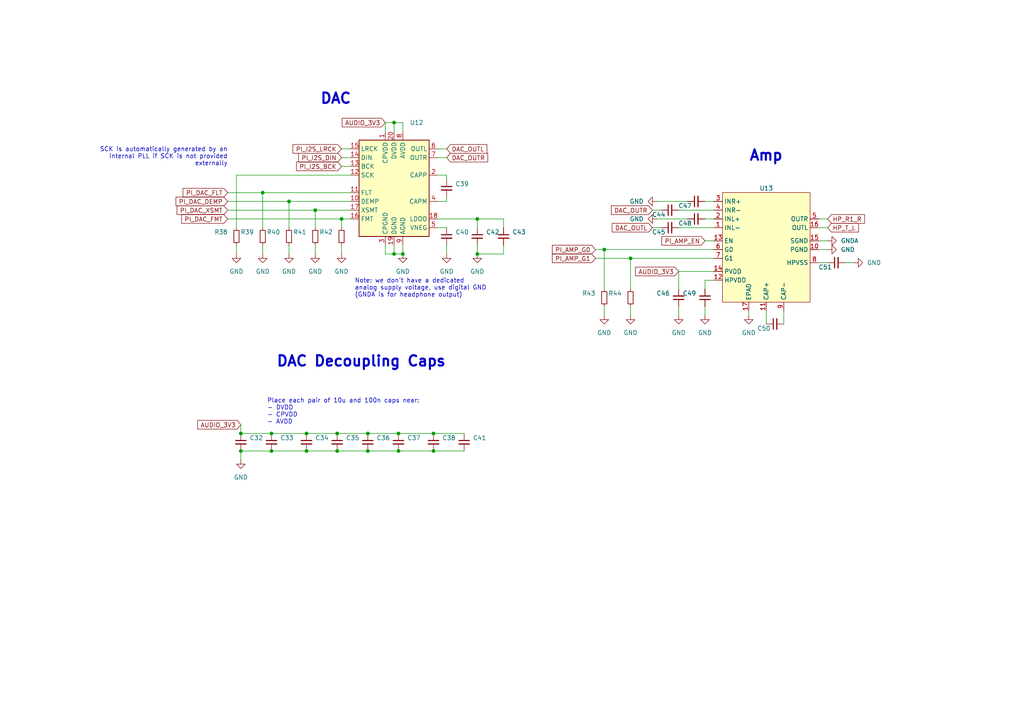
<source format=kicad_sch>
(kicad_sch (version 20211123) (generator eeschema)
  (paper "A4")
  (lib_symbols
    (symbol "Audio:PCM5102"
      (property "Reference" "U" (at -10.16 13.97 0))
      (property "Value" "PCM5102" (at 3.81 13.97 0))
      (symbol "PCM5102_0_1"
        (rectangle (start -10.16 12.7) (end 10.16 -15.24) (stroke (width 0.254)) (fill (type background)))
      )
      (symbol "PCM5102_1_1"
        (pin passive line (at -2.54 15.24 270) (length 2.54) (name "CPVDD") (number "1"))
        (pin input line (at -12.7 -5.08 0) (length 2.54) (name "DEMP") (number "10"))
        (pin input line (at -12.7 -2.54 0) (length 2.54) (name "FLT") (number "11"))
        (pin input line (at -12.7 2.54 0) (length 2.54) (name "SCK") (number "12"))
        (pin input line (at -12.7 5.08 0) (length 2.54) (name "BCK") (number "13"))
        (pin input line (at -12.7 7.62 0) (length 2.54) (name "DIN") (number "14"))
        (pin input line (at -12.7 10.16 0) (length 2.54) (name "LRCK") (number "15"))
        (pin input line (at -12.7 -10.16 0) (length 2.54) (name "FMT") (number "16"))
        (pin input line (at -12.7 -7.62 0) (length 2.54) (name "XSMT") (number "17"))
        (pin passive line (at 12.7 -10.16 180) (length 2.54) (name "LDOO") (number "18"))
        (pin power_in line (at 0 -17.78 90) (length 2.54) (name "DGND") (number "19"))
        (pin passive line (at 12.7 2.54 180) (length 2.54) (name "CAPP") (number "2"))
        (pin power_in line (at 0 15.24 270) (length 2.54) (name "DVDD") (number "20"))
        (pin power_in line (at -2.54 -17.78 90) (length 2.54) (name "CPGND") (number "3"))
        (pin passive line (at 12.7 -5.08 180) (length 2.54) (name "CAPM") (number "4"))
        (pin passive line (at 12.7 -12.7 180) (length 2.54) (name "VNEG") (number "5"))
        (pin output line (at 12.7 10.16 180) (length 2.54) (name "OUTL") (number "6"))
        (pin output line (at 12.7 7.62 180) (length 2.54) (name "OUTR") (number "7"))
        (pin power_in line (at 2.54 15.24 270) (length 2.54) (name "AVDD") (number "8"))
        (pin power_in line (at 2.54 -17.78 90) (length 2.54) (name "AGND") (number "9"))
      )
    )
    (symbol "Device:C_Small" (pin_numbers hide) (pin_names (offset 0.254) hide)
      (property "Reference" "C" (at 0.254 1.778 0))
      (property "Value" "C_Small" (at 0.254 -2.032 0))
      (symbol "C_Small_0_1"
        (polyline (pts (xy -1.524 -0.508) (xy 1.524 -0.508)) (stroke (width 0.3302)))
        (polyline (pts (xy -1.524 0.508) (xy 1.524 0.508)) (stroke (width 0.3048)))
      )
      (symbol "C_Small_1_1"
        (pin passive line (at 0 2.54 270) (length 2.032) (name "~") (number "1"))
        (pin passive line (at 0 -2.54 90) (length 2.032) (name "~") (number "2"))
      )
    )
    (symbol "Device:R_Small" (pin_numbers hide) (pin_names (offset 0.254) hide)
      (property "Reference" "R" (at 0.762 0.508 0))
      (property "Value" "R_Small" (at 0.762 -1.016 0))
      (symbol "R_Small_0_1"
        (rectangle (start -0.762 1.778) (end 0.762 -1.778) (stroke (width 0.2032)))
      )
      (symbol "R_Small_1_1"
        (pin passive line (at 0 2.54 270) (length 0.762) (name "~") (number "1"))
        (pin passive line (at 0 -2.54 90) (length 0.762) (name "~") (number "2"))
      )
    )
    (symbol "lcsc:PAM8908JER"
      (property "Reference" "U?" (at 0 15.24 0))
      (property "Value" "PAM8908JER" (at 12.7 -19.05 0))
      (symbol "PAM8908JER_0_1"
        (rectangle (start -12.7 13.97) (end 12.7 -17.78) (fill (type background)))
        (pin input line (at -15.24 3.81 0) (length 2.54) (name "INL-") (number "1"))
        (pin power_in line (at 15.24 -2.54 180) (length 2.54) (name "PGND") (number "10"))
        (pin output line (at 0 -20.32 90) (length 2.54) (name "CAP+") (number "11"))
        (pin power_out line (at -15.24 -11.43 0) (length 2.54) (name "HPVDD") (number "12"))
        (pin input line (at -15.24 0 0) (length 2.54) (name "EN") (number "13"))
        (pin power_in line (at -15.24 -8.89 0) (length 2.54) (name "PVDD") (number "14"))
        (pin power_out line (at 15.24 0 180) (length 2.54) (name "SGND") (number "15"))
        (pin output line (at 15.24 3.81 180) (length 2.54) (name "OUTL") (number "16"))
        (pin passive line (at -5.08 -20.32 90) (length 2.54) (name "EPAD") (number "17"))
        (pin input line (at -15.24 6.35 0) (length 2.54) (name "INL+") (number "2"))
        (pin input line (at -15.24 11.43 0) (length 2.54) (name "INR+") (number "3"))
        (pin input line (at -15.24 8.89 0) (length 2.54) (name "INR-") (number "4"))
        (pin output line (at 15.24 6.35 180) (length 2.54) (name "OUTR") (number "5"))
        (pin input line (at -15.24 -2.54 0) (length 2.54) (name "G0") (number "6"))
        (pin input line (at -15.24 -5.08 0) (length 2.54) (name "G1") (number "7"))
        (pin power_out line (at 15.24 -6.35 180) (length 2.54) (name "HPVSS") (number "8"))
        (pin output line (at 5.08 -20.32 90) (length 2.54) (name "CAP-") (number "9"))
      )
    )
    (symbol "power:GND" (power) (pin_names (offset 0))
      (property "Value" "GND" (at 0 -3.81 0))
      (symbol "GND_0_1"
        (polyline (pts (xy 0 0) (xy 0 -1.27) (xy 1.27 -1.27) (xy 0 -2.54) (xy -1.27 -1.27) (xy 0 -1.27)))
      )
      (symbol "GND_1_1"
        (pin power_in line (at 0 0 270) (length 0) hide (name "GND") (number "1"))
      )
    )
    (symbol "power:GNDA" (power) (pin_names (offset 0))
      (property "Value" "GNDA" (at 0 -3.81 0))
      (symbol "GNDA_0_1"
        (polyline (pts (xy 0 0) (xy 0 -1.27) (xy 1.27 -1.27) (xy 0 -2.54) (xy -1.27 -1.27) (xy 0 -1.27)))
      )
      (symbol "GNDA_1_1"
        (pin power_in line (at 0 0 270) (length 0) hide (name "GNDA") (number "1"))
      )
    )
  )
  (junction (at 78.74 130.81))
  (junction (at 138.43 73.66))
  (junction (at 114.3 35.56))
  (junction (at 114.3 73.66))
  (junction (at 115.57 125.73))
  (junction (at 106.68 130.81))
  (junction (at 78.74 125.73))
  (junction (at 69.85 130.81))
  (junction (at 116.84 73.66))
  (junction (at 138.43 63.5))
  (junction (at 106.68 125.73))
  (junction (at 97.79 125.73))
  (junction (at 99.06 63.5))
  (junction (at 83.82 58.42))
  (junction (at 91.44 60.96))
  (junction (at 76.2 55.88))
  (junction (at 69.85 125.73))
  (junction (at 97.79 130.81))
  (junction (at 115.57 130.81))
  (junction (at 88.9 130.81))
  (junction (at 125.73 130.81))
  (junction (at 175.26 72.39))
  (junction (at 125.73 125.73))
  (junction (at 88.9 125.73))
  (junction (at 182.88 74.93))
  (wire (pts (xy 76.2 71.12) (xy 76.2 73.66)))
  (wire (pts (xy 175.26 72.39) (xy 207.01 72.39)))
  (wire (pts (xy 172.72 72.39) (xy 175.26 72.39)))
  (wire (pts (xy 196.85 78.74) (xy 196.85 83.82)))
  (wire (pts (xy 78.74 125.73) (xy 88.9 125.73)))
  (wire (pts (xy 175.26 88.9) (xy 175.26 91.44)))
  (wire (pts (xy 129.54 71.12) (xy 129.54 73.66)))
  (wire (pts (xy 115.57 125.73) (xy 125.73 125.73)))
  (wire (pts (xy 190.5 58.42) (xy 199.39 58.42)))
  (wire (pts (xy 69.85 130.81) (xy 69.85 133.35)))
  (wire (pts (xy 97.79 125.73) (xy 106.68 125.73)))
  (wire (pts (xy 175.26 72.39) (xy 175.26 83.82)))
  (wire (pts (xy 78.74 130.81) (xy 88.9 130.81)))
  (wire (pts (xy 127 63.5) (xy 138.43 63.5)))
  (wire (pts (xy 217.17 90.17) (xy 217.17 91.44)))
  (wire (pts (xy 237.49 72.39) (xy 240.03 72.39)))
  (wire (pts (xy 99.06 71.12) (xy 99.06 73.66)))
  (wire (pts (xy 91.44 60.96) (xy 91.44 66.04)))
  (wire (pts (xy 111.76 73.66) (xy 114.3 73.66)))
  (wire (pts (xy 116.84 35.56) (xy 116.84 38.1)))
  (wire (pts (xy 76.2 55.88) (xy 101.6 55.88)))
  (wire (pts (xy 189.23 60.96) (xy 191.77 60.96)))
  (wire (pts (xy 125.73 125.73) (xy 134.62 125.73)))
  (wire (pts (xy 101.6 58.42) (xy 83.82 58.42)))
  (wire (pts (xy 106.68 125.73) (xy 115.57 125.73)))
  (wire (pts (xy 182.88 88.9) (xy 182.88 91.44)))
  (wire (pts (xy 88.9 130.81) (xy 97.79 130.81)))
  (wire (pts (xy 204.47 81.28) (xy 204.47 83.82)))
  (wire (pts (xy 125.73 130.81) (xy 134.62 130.81)))
  (wire (pts (xy 182.88 74.93) (xy 207.01 74.93)))
  (wire (pts (xy 129.54 50.8) (xy 129.54 52.07)))
  (wire (pts (xy 91.44 71.12) (xy 91.44 73.66)))
  (wire (pts (xy 237.49 76.2) (xy 240.03 76.2)))
  (wire (pts (xy 83.82 71.12) (xy 83.82 73.66)))
  (wire (pts (xy 182.88 74.93) (xy 182.88 83.82)))
  (wire (pts (xy 222.25 90.17) (xy 222.25 93.98)))
  (wire (pts (xy 138.43 63.5) (xy 138.43 66.04)))
  (wire (pts (xy 97.79 130.81) (xy 106.68 130.81)))
  (wire (pts (xy 127 45.72) (xy 129.54 45.72)))
  (wire (pts (xy 204.47 69.85) (xy 207.01 69.85)))
  (wire (pts (xy 116.84 71.12) (xy 116.84 73.66)))
  (wire (pts (xy 204.47 58.42) (xy 207.01 58.42)))
  (wire (pts (xy 68.58 50.8) (xy 101.6 50.8)))
  (wire (pts (xy 106.68 130.81) (xy 115.57 130.81)))
  (wire (pts (xy 237.49 66.04) (xy 240.03 66.04)))
  (wire (pts (xy 83.82 58.42) (xy 83.82 66.04)))
  (wire (pts (xy 146.05 71.12) (xy 146.05 73.66)))
  (wire (pts (xy 114.3 35.56) (xy 116.84 35.56)))
  (wire (pts (xy 237.49 69.85) (xy 240.03 69.85)))
  (wire (pts (xy 68.58 50.8) (xy 68.58 66.04)))
  (wire (pts (xy 196.85 78.74) (xy 207.01 78.74)))
  (wire (pts (xy 138.43 63.5) (xy 146.05 63.5)))
  (wire (pts (xy 114.3 73.66) (xy 116.84 73.66)))
  (wire (pts (xy 99.06 45.72) (xy 101.6 45.72)))
  (wire (pts (xy 101.6 63.5) (xy 99.06 63.5)))
  (wire (pts (xy 196.85 66.04) (xy 207.01 66.04)))
  (wire (pts (xy 69.85 130.81) (xy 78.74 130.81)))
  (wire (pts (xy 189.23 66.04) (xy 191.77 66.04)))
  (wire (pts (xy 114.3 71.12) (xy 114.3 73.66)))
  (wire (pts (xy 66.04 60.96) (xy 91.44 60.96)))
  (wire (pts (xy 172.72 74.93) (xy 182.88 74.93)))
  (wire (pts (xy 190.5 63.5) (xy 199.39 63.5)))
  (wire (pts (xy 196.85 60.96) (xy 207.01 60.96)))
  (wire (pts (xy 99.06 63.5) (xy 99.06 66.04)))
  (wire (pts (xy 66.04 63.5) (xy 99.06 63.5)))
  (wire (pts (xy 111.76 35.56) (xy 111.76 38.1)))
  (wire (pts (xy 146.05 73.66) (xy 138.43 73.66)))
  (wire (pts (xy 204.47 88.9) (xy 204.47 91.44)))
  (wire (pts (xy 237.49 63.5) (xy 240.03 63.5)))
  (wire (pts (xy 111.76 35.56) (xy 114.3 35.56)))
  (wire (pts (xy 245.11 76.2) (xy 247.65 76.2)))
  (wire (pts (xy 127 43.18) (xy 129.54 43.18)))
  (wire (pts (xy 196.85 88.9) (xy 196.85 91.44)))
  (wire (pts (xy 127 50.8) (xy 129.54 50.8)))
  (wire (pts (xy 69.85 125.73) (xy 78.74 125.73)))
  (wire (pts (xy 129.54 58.42) (xy 129.54 57.15)))
  (wire (pts (xy 101.6 60.96) (xy 91.44 60.96)))
  (wire (pts (xy 204.47 63.5) (xy 207.01 63.5)))
  (wire (pts (xy 127 58.42) (xy 129.54 58.42)))
  (wire (pts (xy 66.04 58.42) (xy 83.82 58.42)))
  (wire (pts (xy 99.06 43.18) (xy 101.6 43.18)))
  (wire (pts (xy 68.58 71.12) (xy 68.58 73.66)))
  (wire (pts (xy 115.57 130.81) (xy 125.73 130.81)))
  (wire (pts (xy 76.2 55.88) (xy 76.2 66.04)))
  (wire (pts (xy 99.06 48.26) (xy 101.6 48.26)))
  (wire (pts (xy 111.76 71.12) (xy 111.76 73.66)))
  (wire (pts (xy 114.3 35.56) (xy 114.3 38.1)))
  (wire (pts (xy 146.05 63.5) (xy 146.05 66.04)))
  (wire (pts (xy 204.47 81.28) (xy 207.01 81.28)))
  (wire (pts (xy 138.43 71.12) (xy 138.43 73.66)))
  (wire (pts (xy 127 66.04) (xy 129.54 66.04)))
  (wire (pts (xy 88.9 125.73) (xy 97.79 125.73)))
  (wire (pts (xy 66.04 55.88) (xy 76.2 55.88)))
  (wire (pts (xy 69.85 123.19) (xy 69.85 125.73)))
  (wire (pts (xy 227.33 90.17) (xy 227.33 93.98)))
  (text "Note: we don't have a dedicated\nanalog supply voltage, use digital GND\n(GNDA is for headphone output)" (at 102.87 86.36 0) (effects (font (size 1.27 1.27)) (justify left bottom)))
  (text "Amp" (at 217.17 46.99 0) (effects (font (size 3 3) (thickness 0.6) bold) (justify left bottom)))
  (text "Place each pair of 10u and 100n caps near:\n- DVDD\n- CPVDD\n- AVDD" (at 77.47 123.19 0) (effects (font (size 1.27 1.27)) (justify left bottom)))
  (text "DAC Decoupling Caps" (at 80.01 106.68 0) (effects (font (size 3 3) (thickness 0.6) bold) (justify left bottom)))
  (text "SCK is automatically generated by an\ninternal PLL if SCK is not provided\nexternally" (at 66.04 48.26 0) (effects (font (size 1.27 1.27)) (justify right bottom)))
  (text "DAC" (at 92.71 30.48 0) (effects (font (size 3 3) (thickness 0.6) bold) (justify left bottom)))
  (global_label "DAC_OUTR" (shape input) (at 129.54 45.72 0) (property "Intersheet References" "${INTERSHEET_REFS}" (effects hide)))
  (global_label "AUDIO_3V3" (shape input) (at 111.76 35.56 180) (property "Intersheet References" "${INTERSHEET_REFS}" (effects hide)))
  (global_label "HP_T_L" (shape input) (at 240.03 66.04 0) (property "Intersheet References" "${INTERSHEET_REFS}" (effects hide)))
  (global_label "PI_AMP_G1" (shape input) (at 172.72 74.93 180) (property "Intersheet References" "${INTERSHEET_REFS}" (effects hide)))
  (global_label "AUDIO_3V3" (shape input) (at 196.85 78.74 180) (property "Intersheet References" "${INTERSHEET_REFS}" (effects hide)))
  (global_label "DAC_OUTL" (shape input) (at 189.23 66.04 180) (property "Intersheet References" "${INTERSHEET_REFS}" (effects hide)))
  (global_label "DAC_OUTR" (shape input) (at 189.23 60.96 180) (property "Intersheet References" "${INTERSHEET_REFS}" (effects hide)))
  (global_label "PI_I2S_DIN" (shape input) (at 99.06 45.72 180) (property "Intersheet References" "${INTERSHEET_REFS}" (effects hide)))
  (global_label "PI_DAC_FLT" (shape input) (at 66.04 55.88 180) (property "Intersheet References" "${INTERSHEET_REFS}" (effects hide)))
  (global_label "PI_DAC_DEMP" (shape input) (at 66.04 58.42 180) (property "Intersheet References" "${INTERSHEET_REFS}" (effects hide)))
  (global_label "DAC_OUTL" (shape input) (at 129.54 43.18 0) (property "Intersheet References" "${INTERSHEET_REFS}" (effects hide)))
  (global_label "PI_I2S_BCK" (shape input) (at 99.06 48.26 180) (property "Intersheet References" "${INTERSHEET_REFS}" (effects hide)))
  (global_label "PI_AMP_EN" (shape input) (at 204.47 69.85 180) (property "Intersheet References" "${INTERSHEET_REFS}" (effects hide)))
  (global_label "PI_AMP_G0" (shape input) (at 172.72 72.39 180) (property "Intersheet References" "${INTERSHEET_REFS}" (effects hide)))
  (global_label "PI_DAC_XSMT" (shape input) (at 66.04 60.96 180) (property "Intersheet References" "${INTERSHEET_REFS}" (effects hide)))
  (global_label "PI_DAC_FMT" (shape input) (at 66.04 63.5 180) (property "Intersheet References" "${INTERSHEET_REFS}" (effects hide)))
  (global_label "PI_I2S_LRCK" (shape input) (at 99.06 43.18 180) (property "Intersheet References" "${INTERSHEET_REFS}" (effects hide)))
  (global_label "AUDIO_3V3" (shape input) (at 69.85 123.19 180) (property "Intersheet References" "${INTERSHEET_REFS}" (effects hide)))
  (global_label "HP_R1_R" (shape input) (at 240.03 63.5 0) (property "Intersheet References" "${INTERSHEET_REFS}" (effects hide)))
  (symbol (lib_id "Audio:PCM5102") (at 114.3 53.34 0) (unit 1)
    (property "Reference" "U12" (at 118.8594 35.56 0) (effects (justify left)))
    (property "Datasheet" "http://www.ti.com/lit/ds/symlink/pcm5102.pdf" (effects hide))
    (property "Description" "DAC, Audio 16 b, 24 b, 32 b 384k PCM 20-TSSOP" (effects hide))
    (property "Digikey Part" "296-36707-2-ND" (effects hide))
    (property "Digikey Price/Stock" "https://www.digikey.ca/en/products/detail/texas-instruments/PCM5102APWR/3727211" (effects hide))
    (property "JLC Part" "Extended Part" (effects hide))
    (property "LCSC Part" "C107671" (effects hide))
    (property "Manufacturer" "Texas Instruments" (effects hide))
    (property "Manufacturer Part" "PCM5102APWR" (effects hide))
    (property "Mouser Part" "595-PCM5102APWR" (effects hide))
    (property "Mouser Price/Stock" "https://www.mouser.ca/ProductDetail/Texas-Instruments/PCM5102APWR?qs=E2%2FxqS9xjzrfECkwEYoiyg%3D%3D" (effects hide))
  )
  (symbol (lib_id "power:GND") (at 190.5 58.42 270) (unit 1)
    (property "Reference" "#PWR0104" (effects hide))
    (property "Value" "GND" (at 186.69 58.4199 90) (effects (justify right)))
  )
  (symbol (lib_id "Device:C_Small") (at 224.79 93.98 90) (unit 1)
    (property "Reference" "C50" (at 223.52 95.25 90) (effects (justify left)))
  )
  (symbol (lib_id "lcsc:PAM8908JER") (at 222.25 69.85 0) (unit 1)
    (property "Reference" "U13" (at 222.25 54.61 0))
    (property "Datasheet" "https://lcsc.com/product-detail/Audio-Power-OpAmps_Diodes-Incorporated_PAM8908JER_Diodes-Incorporated-PAM8908JER_C33233.html" (effects hide))
    (property "Manufacturer" "Diodes Incorporated" (effects hide))
    (property "LCSC Part" "C33233" (effects hide))
    (property "JLC Part" "Extended Part" (effects hide))
    (property "Digikey Part" "PAM8908JERDITR-ND" (effects hide))
    (property "Digikey Price/Stock" "https://www.digikey.com/en/products/detail/diodes-incorporated/PAM8908JER/4033382" (effects hide))
    (property "Mouser Part" "621-PAM8908JER" (effects hide))
    (property "Mouser Price/Stock" "https://www.mouser.ca/ProductDetail/Diodes-Incorporated/PAM8908JER?qs=%252BSlWJf1dfkITtmNpMlm%252Bnw%3D%3D" (effects hide))
    (property "Manufacturer Part" "PAM8908JER" (effects hide))
  )
  (symbol (lib_id "power:GND") (at 196.85 91.44 0) (unit 1)
    (property "Reference" "#PWR0106" (effects hide))
    (property "Value" "GND" (at 196.85 96.52 0))
  )
  (symbol (lib_id "power:GND") (at 129.54 73.66 0) (unit 1)
    (property "Reference" "#PWR0100" (effects hide))
    (property "Value" "GND" (at 129.54 78.74 0))
  )
  (symbol (lib_id "power:GND") (at 217.17 91.44 0) (unit 1)
    (property "Reference" "#PWR0122" (effects hide))
    (property "Value" "GND" (at 217.17 96.52 0))
  )
  (symbol (lib_id "Device:C_Small") (at 138.43 68.58 0) (unit 1)
    (property "Reference" "C42" (at 140.97 67.3162 0) (effects (justify left)))
  )
  (symbol (lib_id "Device:C_Small") (at 194.31 66.04 90) (unit 1)
    (property "Reference" "C45" (at 193.04 67.31 90) (effects (justify left)))
  )
  (symbol (lib_id "power:GND") (at 204.47 91.44 0) (unit 1)
    (property "Reference" "#PWR0107" (effects hide))
    (property "Value" "GND" (at 204.47 96.52 0))
  )
  (symbol (lib_id "Device:C_Small") (at 194.31 60.96 90) (unit 1)
    (property "Reference" "C44" (at 193.04 62.23 90) (effects (justify left)))
  )
  (symbol (lib_id "power:GND") (at 190.5 63.5 270) (unit 1)
    (property "Reference" "#PWR0105" (effects hide))
    (property "Value" "GND" (at 186.69 63.4999 90) (effects (justify right)))
  )
  (symbol (lib_id "Device:R_Small") (at 99.06 68.58 0) (mirror x) (unit 1)
    (property "Reference" "R42" (at 96.52 67.3099 0) (effects (justify right)))
  )
  (symbol (lib_id "Device:C_Small") (at 97.79 128.27 0) (unit 1)
    (property "Reference" "C35" (at 100.33 127.0062 0) (effects (justify left)))
  )
  (symbol (lib_id "power:GND") (at 99.06 73.66 0) (unit 1)
    (property "Reference" "#PWR098" (effects hide))
    (property "Value" "GND" (at 99.06 78.74 0))
  )
  (symbol (lib_id "power:GND") (at 69.85 133.35 0) (unit 1)
    (property "Reference" "#PWR094" (effects hide))
    (property "Value" "GND" (at 69.85 138.43 0))
  )
  (symbol (lib_id "power:GND") (at 76.2 73.66 0) (unit 1)
    (property "Reference" "#PWR095" (effects hide))
    (property "Value" "GND" (at 76.2 78.74 0))
  )
  (symbol (lib_id "Device:C_Small") (at 196.85 86.36 0) (mirror x) (unit 1)
    (property "Reference" "C46" (at 194.31 85.0835 0) (effects (justify right)))
  )
  (symbol (lib_id "Device:C_Small") (at 134.62 128.27 0) (unit 1)
    (property "Reference" "C41" (at 137.16 127.0062 0) (effects (justify left)))
  )
  (symbol (lib_id "Device:C_Small") (at 125.73 128.27 0) (unit 1)
    (property "Reference" "C38" (at 128.27 127.0062 0) (effects (justify left)))
  )
  (symbol (lib_id "power:GND") (at 247.65 76.2 90) (unit 1)
    (property "Reference" "#PWR0110" (effects hide))
    (property "Value" "GND" (at 251.46 76.1999 90) (effects (justify right)))
  )
  (symbol (lib_id "Device:R_Small") (at 68.58 68.58 0) (mirror x) (unit 1)
    (property "Reference" "R38" (at 66.04 67.3099 0) (effects (justify right)))
  )
  (symbol (lib_id "power:GND") (at 138.43 73.66 0) (unit 1)
    (property "Reference" "#PWR0101" (effects hide))
    (property "Value" "GND" (at 138.43 78.74 0))
  )
  (symbol (lib_id "Device:C_Small") (at 129.54 68.58 0) (unit 1)
    (property "Reference" "C40" (at 132.08 67.3162 0) (effects (justify left)))
  )
  (symbol (lib_id "power:GND") (at 240.03 72.39 90) (unit 1)
    (property "Reference" "#PWR0109" (effects hide))
    (property "Value" "GND" (at 243.84 72.3899 90) (effects (justify right)))
  )
  (symbol (lib_id "power:GND") (at 175.26 91.44 0) (unit 1)
    (property "Reference" "#PWR0102" (effects hide))
    (property "Value" "GND" (at 175.26 96.52 0))
  )
  (symbol (lib_id "Device:C_Small") (at 201.93 63.5 90) (unit 1)
    (property "Reference" "C48" (at 200.66 64.77 90) (effects (justify left)))
  )
  (symbol (lib_id "Device:R_Small") (at 182.88 86.36 0) (mirror x) (unit 1)
    (property "Reference" "R44" (at 180.34 85.0899 0) (effects (justify right)))
  )
  (symbol (lib_id "power:GND") (at 116.84 73.66 0) (unit 1)
    (property "Reference" "#PWR099" (effects hide))
    (property "Value" "GND" (at 116.84 78.74 0))
  )
  (symbol (lib_id "power:GND") (at 91.44 73.66 0) (unit 1)
    (property "Reference" "#PWR097" (effects hide))
    (property "Value" "GND" (at 91.44 78.74 0))
  )
  (symbol (lib_id "Device:R_Small") (at 91.44 68.58 0) (mirror x) (unit 1)
    (property "Reference" "R41" (at 88.9 67.3099 0) (effects (justify right)))
  )
  (symbol (lib_id "Device:C_Small") (at 69.85 128.27 0) (unit 1)
    (property "Reference" "C32" (at 72.39 127.0062 0) (effects (justify left)))
  )
  (symbol (lib_id "Device:R_Small") (at 76.2 68.58 0) (mirror x) (unit 1)
    (property "Reference" "R39" (at 73.66 67.3099 0) (effects (justify right)))
  )
  (symbol (lib_id "Device:C_Small") (at 146.05 68.58 0) (unit 1)
    (property "Reference" "C43" (at 148.59 67.3162 0) (effects (justify left)))
  )
  (symbol (lib_id "Device:R_Small") (at 83.82 68.58 0) (mirror x) (unit 1)
    (property "Reference" "R40" (at 81.28 67.3099 0) (effects (justify right)))
  )
  (symbol (lib_id "power:GNDA") (at 240.03 69.85 90) (unit 1)
    (property "Reference" "#PWR0108" (effects hide))
    (property "Value" "GNDA" (at 243.84 69.8499 90) (effects (justify right)))
  )
  (symbol (lib_id "Device:C_Small") (at 88.9 128.27 0) (unit 1)
    (property "Reference" "C34" (at 91.44 127.0062 0) (effects (justify left)))
  )
  (symbol (lib_id "Device:R_Small") (at 175.26 86.36 0) (mirror x) (unit 1)
    (property "Reference" "R43" (at 172.72 85.0899 0) (effects (justify right)))
  )
  (symbol (lib_id "power:GND") (at 182.88 91.44 0) (unit 1)
    (property "Reference" "#PWR0103" (effects hide))
    (property "Value" "GND" (at 182.88 96.52 0))
  )
  (symbol (lib_id "power:GND") (at 83.82 73.66 0) (unit 1)
    (property "Reference" "#PWR096" (effects hide))
    (property "Value" "GND" (at 83.82 78.74 0))
  )
  (symbol (lib_id "Device:C_Small") (at 204.47 86.36 0) (mirror x) (unit 1)
    (property "Reference" "C49" (at 201.93 85.0835 0) (effects (justify right)))
  )
  (symbol (lib_id "Device:C_Small") (at 242.57 76.2 90) (unit 1)
    (property "Reference" "C51" (at 241.3 77.47 90) (effects (justify left)))
  )
  (symbol (lib_id "Device:C_Small") (at 115.57 128.27 0) (unit 1)
    (property "Reference" "C37" (at 118.11 127.0062 0) (effects (justify left)))
  )
  (symbol (lib_id "Device:C_Small") (at 106.68 128.27 0) (unit 1)
    (property "Reference" "C36" (at 109.22 127.0062 0) (effects (justify left)))
  )
  (symbol (lib_id "Device:C_Small") (at 201.93 58.42 90) (unit 1)
    (property "Reference" "C47" (at 200.66 59.69 90) (effects (justify left)))
  )
  (symbol (lib_id "Device:C_Small") (at 129.54 54.61 0) (unit 1)
    (property "Reference" "C39" (at 132.08 53.3462 0) (effects (justify left)))
  )
  (symbol (lib_id "power:GND") (at 68.58 73.66 0) (unit 1)
    (property "Reference" "#PWR093" (effects hide))
    (property "Value" "GND" (at 68.58 78.74 0))
  )
  (symbol (lib_id "Device:C_Small") (at 78.74 128.27 0) (unit 1)
    (property "Reference" "C33" (at 81.28 127.0062 0) (effects (justify left)))
  )
)
</source>
